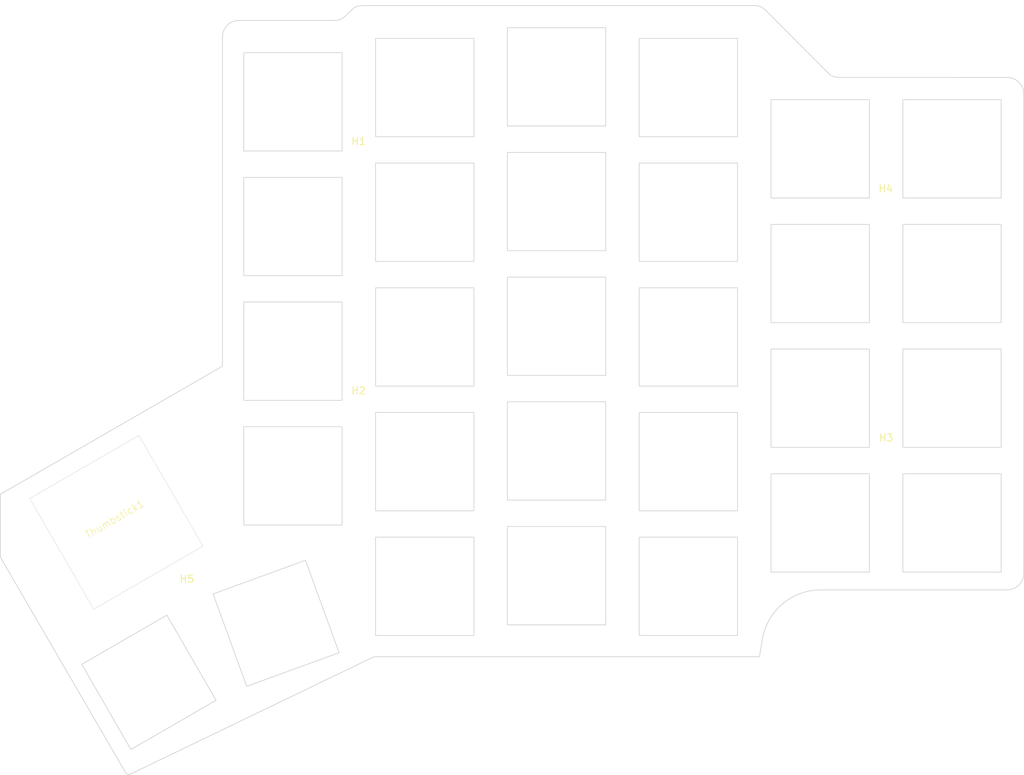
<source format=kicad_pcb>
(kicad_pcb (version 20221018) (generator pcbnew)
  (layers (0 "F.Cu" signal) (31 "B.Cu" signal) (34 "B.Paste" user) (35 "F.Paste" user) (36 "B.SilkS" user "B.Silkscreen") (37 "F.SilkS" user "F.Silkscreen") (38 "B.Mask" user) (39 "F.Mask" user) (44 "Edge.Cuts" user))
  (net 0 "")
  (footprint "mylocal_footprints:Choc_1350_Mount" (layer "F.Cu") (at 142.231753 118.615542 180)
    (fp_text reference "S28" hide)
    (fp_text value "Keyswitch")
    (fp_rect (start -6.9 -6.9) (end 6.9 6.9) (stroke (width 0.1)) (fill none) (layer "Edge.Cuts"))
  )
  (footprint "MountingHole:MountingHole_2.1mm" (layer "F.Cu") (at 114.44 95.86)
    (fp_text reference "H2" (at 0 -3.2) (layer "F.SilkS"))
    (fp_text value "Mounting_Hole")
    (pad "" np_thru_hole circle (at 0 0) (size 2.1 2.1) (drill 2.1) (layers "*.Cu" "*.Mask"))
  )
  (footprint "mylocal_footprints:Adafruit 2765 Through Hole" (layer "F.Cu") (at 80.45 111.13 30)
    (fp_text reference "Thumbstick1" (at 0 -0.5 30 unlocked) (layer "F.SilkS") (effects (font (thickness 0.1))))
    (fp_text value "~")
    (fp_rect (start -8.85 -8.975) (end 8.85 8.975) (stroke (width 0.05)) (fill none) (layer "Edge.Cuts"))
  )
  (footprint "mylocal_footprints:Choc_1350_Mount" (layer "F.Cu") (at 123.731753 50.115542 180)
    (fp_text reference "S2" hide)
    (fp_text value "Keyswitch")
    (fp_rect (start -6.9 -6.9) (end 6.9 6.9) (stroke (width 0.1)) (fill none) (layer "Edge.Cuts"))
  )
  (footprint "mylocal_footprints:Choc_1350_Mount" (layer "F.Cu") (at 160.731753 120.115542 180)
    (fp_text reference "S29" hide)
    (fp_text value "Keyswitch")
    (fp_rect (start -6.9 -6.9) (end 6.9 6.9) (stroke (width 0.1)) (fill none) (layer "Edge.Cuts"))
  )
  (footprint "mylocal_footprints:Choc_1350_Mount" (layer "F.Cu") (at 179.231753 93.715542 180)
    (fp_text reference "S17" hide)
    (fp_text value "Keyswitch")
    (fp_rect (start -6.9 -6.9) (end 6.9 6.9) (stroke (width 0.1)) (fill none) (layer "Edge.Cuts"))
  )
  (footprint "mylocal_footprints:Choc_1350_Mount" (layer "F.Cu") (at 142.231753 66.115542 180)
    (fp_text reference "S9" hide)
    (fp_text value "Keyswitch")
    (fp_rect (start -6.9 -6.9) (end 6.9 6.9) (stroke (width 0.1)) (fill none) (layer "Edge.Cuts"))
  )
  (footprint "mylocal_footprints:Choc_1350_Mount" (layer "F.Cu") (at 102.867959 125.306653 -160)
    (fp_text reference "S26" hide)
    (fp_text value "Keyswitch")
    (fp_rect (start -6.9 -6.9) (end 6.9 6.9) (stroke (width 0.1)) (fill none) (layer "Edge.Cuts"))
  )
  (footprint "mylocal_footprints:Choc_1350_Mount" (layer "F.Cu") (at 197.731753 76.215542 180)
    (fp_text reference "S12" hide)
    (fp_text value "Keyswitch")
    (fp_rect (start -6.9 -6.9) (end 6.9 6.9) (stroke (width 0.1)) (fill none) (layer "Edge.Cuts"))
  )
  (footprint "mylocal_footprints:Choc_1350_Mount" (layer "F.Cu") (at 142.231753 48.615542 180)
    (fp_text reference "S3" hide)
    (fp_text value "Keyswitch")
    (fp_rect (start -6.9 -6.9) (end 6.9 6.9) (stroke (width 0.1)) (fill none) (layer "Edge.Cuts"))
  )
  (footprint "mylocal_footprints:Choc_1350_Mount" (layer "F.Cu") (at 142.231753 83.615542 180)
    (fp_text reference "S15" hide)
    (fp_text value "Keyswitch")
    (fp_rect (start -6.9 -6.9) (end 6.9 6.9) (stroke (width 0.1)) (fill none) (layer "Edge.Cuts"))
  )
  (footprint "mylocal_footprints:Choc_1350_Mount" (layer "F.Cu") (at 160.731753 85.115542 180)
    (fp_text reference "S16" hide)
    (fp_text value "Keyswitch")
    (fp_rect (start -6.9 -6.9) (end 6.9 6.9) (stroke (width 0.1)) (fill none) (layer "Edge.Cuts"))
  )
  (footprint "mylocal_footprints:Choc_1350_Mount" (layer "F.Cu") (at 179.231753 76.215542 180)
    (fp_text reference "S11" hide)
    (fp_text value "Keyswitch")
    (fp_rect (start -6.9 -6.9) (end 6.9 6.9) (stroke (width 0.1)) (fill none) (layer "Edge.Cuts"))
  )
  (footprint "mylocal_footprints:Choc_1350_Mount" (layer "F.Cu") (at 197.731753 93.715542 180)
    (fp_text reference "S18" hide)
    (fp_text value "Keyswitch")
    (fp_rect (start -6.9 -6.9) (end 6.9 6.9) (stroke (width 0.1)) (fill none) (layer "Edge.Cuts"))
  )
  (footprint "mylocal_footprints:Choc_1350_Mount" (layer "F.Cu") (at 123.731753 67.615542 180)
    (fp_text reference "S8" hide)
    (fp_text value "Keyswitch")
    (fp_rect (start -6.9 -6.9) (end 6.9 6.9) (stroke (width 0.1)) (fill none) (layer "Edge.Cuts"))
  )
  (footprint "mylocal_footprints:Choc_1350_Mount" (layer "F.Cu") (at 160.731753 50.115542 180)
    (fp_text reference "S4" hide)
    (fp_text value "Keyswitch")
    (fp_rect (start -6.9 -6.9) (end 6.9 6.9) (stroke (width 0.1)) (fill none) (layer "Edge.Cuts"))
  )
  (footprint "mylocal_footprints:Choc_1350_Mount" (layer "F.Cu") (at 105.231753 104.615542 180)
    (fp_text reference "S19" hide)
    (fp_text value "Keyswitch")
    (fp_rect (start -6.9 -6.9) (end 6.9 6.9) (stroke (width 0.1)) (fill none) (layer "Edge.Cuts"))
  )
  (footprint "mylocal_footprints:Choc_1350_Mount" (layer "F.Cu") (at 105.231753 87.115542 180)
    (fp_text reference "S13" hide)
    (fp_text value "Keyswitch")
    (fp_rect (start -6.9 -6.9) (end 6.9 6.9) (stroke (width 0.1)) (fill none) (layer "Edge.Cuts"))
  )
  (footprint "mylocal_footprints:Choc_1350_Mount" (layer "F.Cu") (at 197.731753 111.215542 180)
    (fp_text reference "S24" hide)
    (fp_text value "Keyswitch")
    (fp_rect (start -6.9 -6.9) (end 6.9 6.9) (stroke (width 0.1)) (fill none) (layer "Edge.Cuts"))
  )
  (footprint "MountingHole:MountingHole_2.1mm" (layer "F.Cu") (at 114.44 60.86)
    (fp_text reference "H1" (at 0 -3.2) (layer "F.SilkS"))
    (fp_text value "Mounting_Hole")
    (pad "" np_thru_hole circle (at 0 0) (size 2.1 2.1) (drill 2.1) (layers "*.Cu" "*.Mask"))
  )
  (footprint "mylocal_footprints:Choc_1350_Mount" (layer "F.Cu") (at 160.731753 102.615542 180)
    (fp_text reference "S22" hide)
    (fp_text value "Keyswitch")
    (fp_rect (start -6.9 -6.9) (end 6.9 6.9) (stroke (width 0.1)) (fill none) (layer "Edge.Cuts"))
  )
  (footprint "MountingHole:MountingHole_2.1mm" (layer "F.Cu") (at 90.34 122.3)
    (fp_text reference "H5" (at 0 -3.2) (layer "F.SilkS"))
    (fp_text value "Mounting_Hole")
    (pad "" np_thru_hole circle (at 0 0) (size 2.1 2.1) (drill 2.1) (layers "*.Cu" "*.Mask"))
  )
  (footprint "mylocal_footprints:Choc_1350_Mount" (layer "F.Cu") (at 105.232 52.116 180)
    (fp_text reference "S1" hide)
    (fp_text value "Keyswitch")
    (fp_rect (start -6.9 -6.9) (end 6.9 6.9) (stroke (width 0.1)) (fill none) (layer "Edge.Cuts"))
  )
  (footprint "mylocal_footprints:Choc_1350_Mount" (layer "F.Cu") (at 197.731753 58.715542 180)
    (fp_text reference "S6" hide)
    (fp_text value "Keyswitch")
    (fp_rect (start -6.9 -6.9) (end 6.9 6.9) (stroke (width 0.1)) (fill none) (layer "Edge.Cuts"))
  )
  (footprint "mylocal_footprints:Choc_1350_Mount" (layer "F.Cu") (at 160.731753 67.615542 180)
    (fp_text reference "S10" hide)
    (fp_text value "Keyswitch")
    (fp_rect (start -6.9 -6.9) (end 6.9 6.9) (stroke (width 0.1)) (fill none) (layer "Edge.Cuts"))
  )
  (footprint "MountingHole:MountingHole_2.1mm" (layer "F.Cu") (at 188.43 67.5)
    (fp_text reference "H4" (at 0 -3.2) (layer "F.SilkS"))
    (fp_text value "Mounting_Hole")
    (pad "" np_thru_hole circle (at 0 0) (size 2.1 2.1) (drill 2.1) (layers "*.Cu" "*.Mask"))
  )
  (footprint "mylocal_footprints:Choc_1350_Mount" (layer "F.Cu") (at 123.731753 120.115542 180)
    (fp_text reference "S27" hide)
    (fp_text value "Keyswitch")
    (fp_rect (start -6.9 -6.9) (end 6.9 6.9) (stroke (width 0.1)) (fill none) (layer "Edge.Cuts"))
  )
  (footprint "mylocal_footprints:Choc_1350_Mount" (layer "F.Cu") (at 123.731753 102.615542 180)
    (fp_text reference "S20" hide)
    (fp_text value "Keyswitch")
    (fp_rect (start -6.9 -6.9) (end 6.9 6.9) (stroke (width 0.1)) (fill none) (layer "Edge.Cuts"))
  )
  (footprint "mylocal_footprints:Choc_1350_Mount" (layer "F.Cu") (at 123.731753 85.115542 180)
    (fp_text reference "S14" hide)
    (fp_text value "Keyswitch")
    (fp_rect (start -6.9 -6.9) (end 6.9 6.9) (stroke (width 0.1)) (fill none) (layer "Edge.Cuts"))
  )
  (footprint "mylocal_footprints:Choc_1350_Mount" (layer "F.Cu") (at 85.016268 133.585542 120)
    (fp_text reference "S25" hide)
    (fp_text value "Keyswitch")
    (fp_rect (start -6.9 -6.9) (end 6.9 6.9) (stroke (width 0.1)) (fill none) (layer "Edge.Cuts"))
  )
  (footprint "mylocal_footprints:Choc_1350_Mount" (layer "F.Cu") (at 105.231753 69.615542 180)
    (fp_text reference "S7" hide)
    (fp_text value "Keyswitch")
    (fp_rect (start -6.9 -6.9) (end 6.9 6.9) (stroke (width 0.1)) (fill none) (layer "Edge.Cuts"))
  )
  (footprint "mylocal_footprints:Choc_1350_Mount" (layer "F.Cu") (at 142.231753 101.115542 180)
    (fp_text reference "S21" hide)
    (fp_text value "Keyswitch")
    (fp_rect (start -6.9 -6.9) (end 6.9 6.9) (stroke (width 0.1)) (fill none) (layer "Edge.Cuts"))
  )
  (footprint "MountingHole:MountingHole_2.1mm" (layer "F.Cu") (at 188.49 102.48)
    (fp_text reference "H3" (at 0 -3.2) (layer "F.SilkS"))
    (fp_text value "Mounting_Hole")
    (pad "" np_thru_hole circle (at 0 0) (size 2.1 2.1) (drill 2.1) (layers "*.Cu" "*.Mask"))
  )
  (footprint "mylocal_footprints:Choc_1350_Mount" (layer "F.Cu") (at 179.231753 58.715542 180)
    (fp_text reference "S5" hide)
    (fp_text value "Keyswitch")
    (fp_rect (start -6.9 -6.9) (end 6.9 6.9) (stroke (width 0.1)) (fill none) (layer "Edge.Cuts"))
  )
  (footprint "mylocal_footprints:Choc_1350_Mount" (layer "F.Cu") (at 179.231753 111.215542 180)
    (fp_text reference "S23" hide)
    (fp_text value "Keyswitch")
    (fp_rect (start -6.9 -6.9) (end 6.9 6.9) (stroke (width 0.1)) (fill none) (layer "Edge.Cuts"))
  )
  (gr_line (start 64.169872 116.02) (end 81.72 146.22) (stroke (width 0.1)) (layer "Edge.Cuts"))
  (gr_line (start 170.705877 130) (end 171.16 127.31) (stroke (width 0.1)) (layer "Edge.Cuts"))
  (gr_line (start 112.557901 40.107572) (end 113.49357 39.196794) (stroke (width 0.1)) (layer "Edge.Cuts"))
  (gr_line (start 95.339981 43.009998) (end 95.339981 89.22) (stroke (width 0.1)) (layer "Edge.Cuts"))
  (gr_line (start 116.61 130) (end 170.705877 130) (stroke (width 0.1)) (layer "Edge.Cuts"))
  (gr_line (start 207.800128 118.303038) (end 207.800019 51.009999) (stroke (width 0.1)) (layer "Edge.Cuts"))
  (gr_line (start 82.4479 146.455968) (end 116.61 130) (stroke (width 0.1)) (layer "Edge.Cuts"))
  (gr_line (start 179.31 120.612498) (end 205.480109 120.613036) (stroke (width 0.1)) (layer "Edge.Cuts"))
  (gr_arc (start 205.48 48.700001) (mid 207.119891 49.373037) (end 207.800019 51.009999) (stroke (width 0.1)) (layer "Edge.Cuts"))
  (gr_arc (start 171.160001 127.31) (mid 174.035556 122.50168) (end 179.31 120.612498) (stroke (width 0.1)) (layer "Edge.Cuts"))
  (gr_line (start 205.48 48.7) (end 181.831471 48.695633) (stroke (width 0.1)) (layer "Edge.Cuts"))
  (gr_line (start 180.38357 48.103206) (end 171.49643 39.196794) (stroke (width 0.1)) (layer "Edge.Cuts"))
  (gr_line (start 111.11 40.699999) (end 97.66 40.7) (stroke (width 0.1)) (layer "Edge.Cuts"))
  (gr_arc (start 95.339981 43.009998) (mid 96.020109 41.373035) (end 97.66 40.7) (stroke (width 0.1)) (layer "Edge.Cuts"))
  (gr_arc (start 113.49357 39.196794) (mid 114.16 38.76) (end 114.941471 38.604367) (stroke (width 0.1)) (layer "Edge.Cuts"))
  (gr_line (start 64.172262 107.193633) (end 64.172262 116.02) (stroke (width 0.1)) (layer "Edge.Cuts"))
  (gr_line (start 95.339981 89.22) (end 64.172262 107.193633) (stroke (width 0.1)) (layer "Edge.Cuts"))
  (gr_arc (start 112.557901 40.107572) (mid 111.891471 40.544366) (end 111.11 40.699999) (stroke (width 0.1)) (layer "Edge.Cuts"))
  (gr_line (start 114.941471 38.604367) (end 170.048529 38.604367) (stroke (width 0.1)) (layer "Edge.Cuts"))
  (gr_arc (start 82.4479 146.455968) (mid 82.034507 146.490502) (end 81.72 146.22) (stroke (width 0.1)) (layer "Edge.Cuts"))
  (gr_arc (start 170.048529 38.604367) (mid 170.83 38.76) (end 171.49643 39.196794) (stroke (width 0.1)) (layer "Edge.Cuts"))
  (gr_arc (start 181.831471 48.695633) (mid 181.05 48.54) (end 180.38357 48.103206) (stroke (width 0.1)) (layer "Edge.Cuts"))
  (gr_arc (start 207.800128 118.303038) (mid 207.12 119.94) (end 205.480109 120.613036) (stroke (width 0.1)) (layer "Edge.Cuts"))
)
</source>
